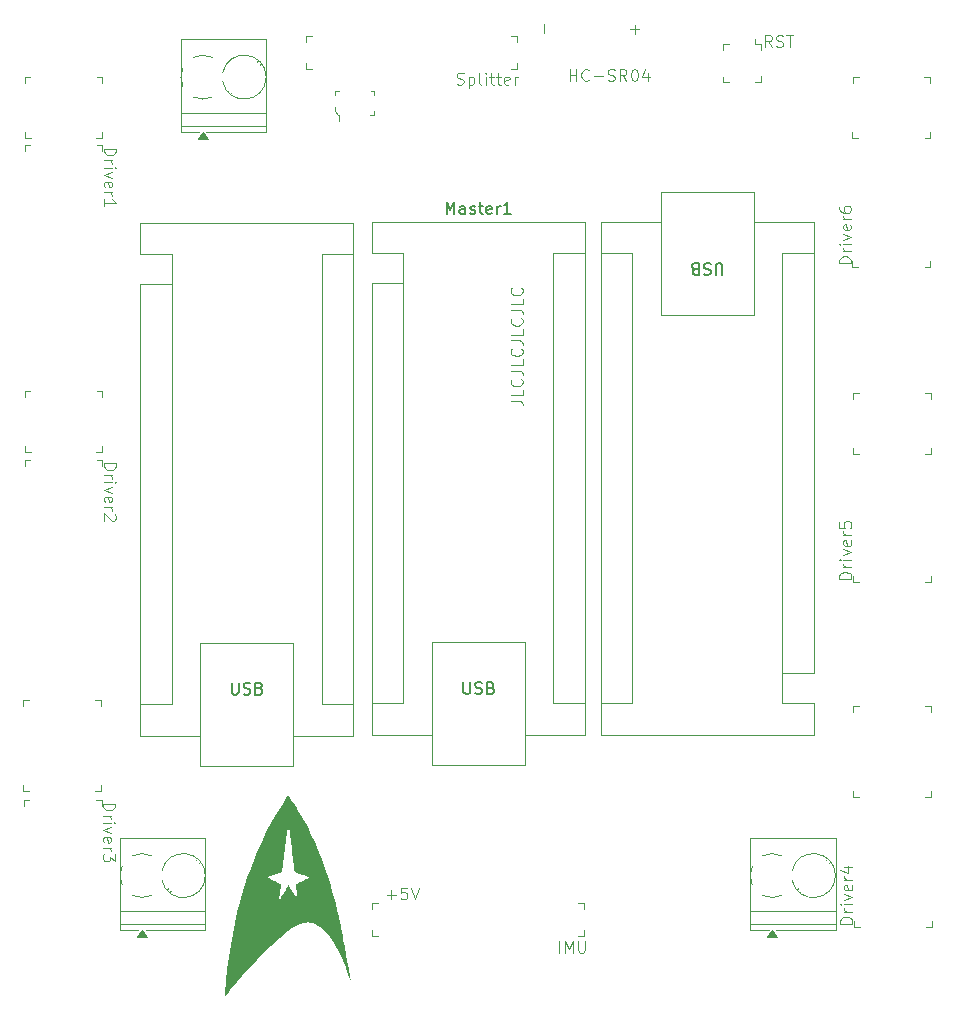
<source format=gbr>
%TF.GenerationSoftware,KiCad,Pcbnew,9.0.0-1.fc41*%
%TF.CreationDate,2025-04-20T16:26:28+02:00*%
%TF.ProjectId,main_board,6d61696e-5f62-46f6-9172-642e6b696361,v1.0*%
%TF.SameCoordinates,Original*%
%TF.FileFunction,Legend,Top*%
%TF.FilePolarity,Positive*%
%FSLAX46Y46*%
G04 Gerber Fmt 4.6, Leading zero omitted, Abs format (unit mm)*
G04 Created by KiCad (PCBNEW 9.0.0-1.fc41) date 2025-04-20 16:26:28*
%MOMM*%
%LPD*%
G01*
G04 APERTURE LIST*
%ADD10C,0.100000*%
%ADD11C,0.150000*%
%ADD12C,0.120000*%
%ADD13C,0.000000*%
G04 APERTURE END LIST*
D10*
X151572419Y-75610401D02*
X152286704Y-75610401D01*
X152286704Y-75610401D02*
X152429561Y-75658020D01*
X152429561Y-75658020D02*
X152524800Y-75753258D01*
X152524800Y-75753258D02*
X152572419Y-75896115D01*
X152572419Y-75896115D02*
X152572419Y-75991353D01*
X152572419Y-74658020D02*
X152572419Y-75134210D01*
X152572419Y-75134210D02*
X151572419Y-75134210D01*
X152477180Y-73753258D02*
X152524800Y-73800877D01*
X152524800Y-73800877D02*
X152572419Y-73943734D01*
X152572419Y-73943734D02*
X152572419Y-74038972D01*
X152572419Y-74038972D02*
X152524800Y-74181829D01*
X152524800Y-74181829D02*
X152429561Y-74277067D01*
X152429561Y-74277067D02*
X152334323Y-74324686D01*
X152334323Y-74324686D02*
X152143847Y-74372305D01*
X152143847Y-74372305D02*
X152000990Y-74372305D01*
X152000990Y-74372305D02*
X151810514Y-74324686D01*
X151810514Y-74324686D02*
X151715276Y-74277067D01*
X151715276Y-74277067D02*
X151620038Y-74181829D01*
X151620038Y-74181829D02*
X151572419Y-74038972D01*
X151572419Y-74038972D02*
X151572419Y-73943734D01*
X151572419Y-73943734D02*
X151620038Y-73800877D01*
X151620038Y-73800877D02*
X151667657Y-73753258D01*
X151572419Y-73038972D02*
X152286704Y-73038972D01*
X152286704Y-73038972D02*
X152429561Y-73086591D01*
X152429561Y-73086591D02*
X152524800Y-73181829D01*
X152524800Y-73181829D02*
X152572419Y-73324686D01*
X152572419Y-73324686D02*
X152572419Y-73419924D01*
X152572419Y-72086591D02*
X152572419Y-72562781D01*
X152572419Y-72562781D02*
X151572419Y-72562781D01*
X152477180Y-71181829D02*
X152524800Y-71229448D01*
X152524800Y-71229448D02*
X152572419Y-71372305D01*
X152572419Y-71372305D02*
X152572419Y-71467543D01*
X152572419Y-71467543D02*
X152524800Y-71610400D01*
X152524800Y-71610400D02*
X152429561Y-71705638D01*
X152429561Y-71705638D02*
X152334323Y-71753257D01*
X152334323Y-71753257D02*
X152143847Y-71800876D01*
X152143847Y-71800876D02*
X152000990Y-71800876D01*
X152000990Y-71800876D02*
X151810514Y-71753257D01*
X151810514Y-71753257D02*
X151715276Y-71705638D01*
X151715276Y-71705638D02*
X151620038Y-71610400D01*
X151620038Y-71610400D02*
X151572419Y-71467543D01*
X151572419Y-71467543D02*
X151572419Y-71372305D01*
X151572419Y-71372305D02*
X151620038Y-71229448D01*
X151620038Y-71229448D02*
X151667657Y-71181829D01*
X151572419Y-70467543D02*
X152286704Y-70467543D01*
X152286704Y-70467543D02*
X152429561Y-70515162D01*
X152429561Y-70515162D02*
X152524800Y-70610400D01*
X152524800Y-70610400D02*
X152572419Y-70753257D01*
X152572419Y-70753257D02*
X152572419Y-70848495D01*
X152572419Y-69515162D02*
X152572419Y-69991352D01*
X152572419Y-69991352D02*
X151572419Y-69991352D01*
X152477180Y-68610400D02*
X152524800Y-68658019D01*
X152524800Y-68658019D02*
X152572419Y-68800876D01*
X152572419Y-68800876D02*
X152572419Y-68896114D01*
X152572419Y-68896114D02*
X152524800Y-69038971D01*
X152524800Y-69038971D02*
X152429561Y-69134209D01*
X152429561Y-69134209D02*
X152334323Y-69181828D01*
X152334323Y-69181828D02*
X152143847Y-69229447D01*
X152143847Y-69229447D02*
X152000990Y-69229447D01*
X152000990Y-69229447D02*
X151810514Y-69181828D01*
X151810514Y-69181828D02*
X151715276Y-69134209D01*
X151715276Y-69134209D02*
X151620038Y-69038971D01*
X151620038Y-69038971D02*
X151572419Y-68896114D01*
X151572419Y-68896114D02*
X151572419Y-68800876D01*
X151572419Y-68800876D02*
X151620038Y-68658019D01*
X151620038Y-68658019D02*
X151667657Y-68610400D01*
X151572419Y-67896114D02*
X152286704Y-67896114D01*
X152286704Y-67896114D02*
X152429561Y-67943733D01*
X152429561Y-67943733D02*
X152524800Y-68038971D01*
X152524800Y-68038971D02*
X152572419Y-68181828D01*
X152572419Y-68181828D02*
X152572419Y-68277066D01*
X152572419Y-66943733D02*
X152572419Y-67419923D01*
X152572419Y-67419923D02*
X151572419Y-67419923D01*
X152477180Y-66038971D02*
X152524800Y-66086590D01*
X152524800Y-66086590D02*
X152572419Y-66229447D01*
X152572419Y-66229447D02*
X152572419Y-66324685D01*
X152572419Y-66324685D02*
X152524800Y-66467542D01*
X152524800Y-66467542D02*
X152429561Y-66562780D01*
X152429561Y-66562780D02*
X152334323Y-66610399D01*
X152334323Y-66610399D02*
X152143847Y-66658018D01*
X152143847Y-66658018D02*
X152000990Y-66658018D01*
X152000990Y-66658018D02*
X151810514Y-66610399D01*
X151810514Y-66610399D02*
X151715276Y-66562780D01*
X151715276Y-66562780D02*
X151620038Y-66467542D01*
X151620038Y-66467542D02*
X151572419Y-66324685D01*
X151572419Y-66324685D02*
X151572419Y-66229447D01*
X151572419Y-66229447D02*
X151620038Y-66086590D01*
X151620038Y-66086590D02*
X151667657Y-66038971D01*
X156553884Y-48522419D02*
X156553884Y-47522419D01*
X156553884Y-47998609D02*
X157125312Y-47998609D01*
X157125312Y-48522419D02*
X157125312Y-47522419D01*
X158172931Y-48427180D02*
X158125312Y-48474800D01*
X158125312Y-48474800D02*
X157982455Y-48522419D01*
X157982455Y-48522419D02*
X157887217Y-48522419D01*
X157887217Y-48522419D02*
X157744360Y-48474800D01*
X157744360Y-48474800D02*
X157649122Y-48379561D01*
X157649122Y-48379561D02*
X157601503Y-48284323D01*
X157601503Y-48284323D02*
X157553884Y-48093847D01*
X157553884Y-48093847D02*
X157553884Y-47950990D01*
X157553884Y-47950990D02*
X157601503Y-47760514D01*
X157601503Y-47760514D02*
X157649122Y-47665276D01*
X157649122Y-47665276D02*
X157744360Y-47570038D01*
X157744360Y-47570038D02*
X157887217Y-47522419D01*
X157887217Y-47522419D02*
X157982455Y-47522419D01*
X157982455Y-47522419D02*
X158125312Y-47570038D01*
X158125312Y-47570038D02*
X158172931Y-47617657D01*
X158601503Y-48141466D02*
X159363408Y-48141466D01*
X159791979Y-48474800D02*
X159934836Y-48522419D01*
X159934836Y-48522419D02*
X160172931Y-48522419D01*
X160172931Y-48522419D02*
X160268169Y-48474800D01*
X160268169Y-48474800D02*
X160315788Y-48427180D01*
X160315788Y-48427180D02*
X160363407Y-48331942D01*
X160363407Y-48331942D02*
X160363407Y-48236704D01*
X160363407Y-48236704D02*
X160315788Y-48141466D01*
X160315788Y-48141466D02*
X160268169Y-48093847D01*
X160268169Y-48093847D02*
X160172931Y-48046228D01*
X160172931Y-48046228D02*
X159982455Y-47998609D01*
X159982455Y-47998609D02*
X159887217Y-47950990D01*
X159887217Y-47950990D02*
X159839598Y-47903371D01*
X159839598Y-47903371D02*
X159791979Y-47808133D01*
X159791979Y-47808133D02*
X159791979Y-47712895D01*
X159791979Y-47712895D02*
X159839598Y-47617657D01*
X159839598Y-47617657D02*
X159887217Y-47570038D01*
X159887217Y-47570038D02*
X159982455Y-47522419D01*
X159982455Y-47522419D02*
X160220550Y-47522419D01*
X160220550Y-47522419D02*
X160363407Y-47570038D01*
X161363407Y-48522419D02*
X161030074Y-48046228D01*
X160791979Y-48522419D02*
X160791979Y-47522419D01*
X160791979Y-47522419D02*
X161172931Y-47522419D01*
X161172931Y-47522419D02*
X161268169Y-47570038D01*
X161268169Y-47570038D02*
X161315788Y-47617657D01*
X161315788Y-47617657D02*
X161363407Y-47712895D01*
X161363407Y-47712895D02*
X161363407Y-47855752D01*
X161363407Y-47855752D02*
X161315788Y-47950990D01*
X161315788Y-47950990D02*
X161268169Y-47998609D01*
X161268169Y-47998609D02*
X161172931Y-48046228D01*
X161172931Y-48046228D02*
X160791979Y-48046228D01*
X161982455Y-47522419D02*
X162077693Y-47522419D01*
X162077693Y-47522419D02*
X162172931Y-47570038D01*
X162172931Y-47570038D02*
X162220550Y-47617657D01*
X162220550Y-47617657D02*
X162268169Y-47712895D01*
X162268169Y-47712895D02*
X162315788Y-47903371D01*
X162315788Y-47903371D02*
X162315788Y-48141466D01*
X162315788Y-48141466D02*
X162268169Y-48331942D01*
X162268169Y-48331942D02*
X162220550Y-48427180D01*
X162220550Y-48427180D02*
X162172931Y-48474800D01*
X162172931Y-48474800D02*
X162077693Y-48522419D01*
X162077693Y-48522419D02*
X161982455Y-48522419D01*
X161982455Y-48522419D02*
X161887217Y-48474800D01*
X161887217Y-48474800D02*
X161839598Y-48427180D01*
X161839598Y-48427180D02*
X161791979Y-48331942D01*
X161791979Y-48331942D02*
X161744360Y-48141466D01*
X161744360Y-48141466D02*
X161744360Y-47903371D01*
X161744360Y-47903371D02*
X161791979Y-47712895D01*
X161791979Y-47712895D02*
X161839598Y-47617657D01*
X161839598Y-47617657D02*
X161887217Y-47570038D01*
X161887217Y-47570038D02*
X161982455Y-47522419D01*
X163172931Y-47855752D02*
X163172931Y-48522419D01*
X162934836Y-47474800D02*
X162696741Y-48189085D01*
X162696741Y-48189085D02*
X163315788Y-48189085D01*
X117047580Y-109713884D02*
X118047580Y-109713884D01*
X118047580Y-109713884D02*
X118047580Y-109951979D01*
X118047580Y-109951979D02*
X117999961Y-110094836D01*
X117999961Y-110094836D02*
X117904723Y-110190074D01*
X117904723Y-110190074D02*
X117809485Y-110237693D01*
X117809485Y-110237693D02*
X117619009Y-110285312D01*
X117619009Y-110285312D02*
X117476152Y-110285312D01*
X117476152Y-110285312D02*
X117285676Y-110237693D01*
X117285676Y-110237693D02*
X117190438Y-110190074D01*
X117190438Y-110190074D02*
X117095200Y-110094836D01*
X117095200Y-110094836D02*
X117047580Y-109951979D01*
X117047580Y-109951979D02*
X117047580Y-109713884D01*
X117047580Y-110713884D02*
X117714247Y-110713884D01*
X117523771Y-110713884D02*
X117619009Y-110761503D01*
X117619009Y-110761503D02*
X117666628Y-110809122D01*
X117666628Y-110809122D02*
X117714247Y-110904360D01*
X117714247Y-110904360D02*
X117714247Y-110999598D01*
X117047580Y-111332932D02*
X117714247Y-111332932D01*
X118047580Y-111332932D02*
X117999961Y-111285313D01*
X117999961Y-111285313D02*
X117952342Y-111332932D01*
X117952342Y-111332932D02*
X117999961Y-111380551D01*
X117999961Y-111380551D02*
X118047580Y-111332932D01*
X118047580Y-111332932D02*
X117952342Y-111332932D01*
X117714247Y-111713884D02*
X117047580Y-111951979D01*
X117047580Y-111951979D02*
X117714247Y-112190074D01*
X117095200Y-112951979D02*
X117047580Y-112856741D01*
X117047580Y-112856741D02*
X117047580Y-112666265D01*
X117047580Y-112666265D02*
X117095200Y-112571027D01*
X117095200Y-112571027D02*
X117190438Y-112523408D01*
X117190438Y-112523408D02*
X117571390Y-112523408D01*
X117571390Y-112523408D02*
X117666628Y-112571027D01*
X117666628Y-112571027D02*
X117714247Y-112666265D01*
X117714247Y-112666265D02*
X117714247Y-112856741D01*
X117714247Y-112856741D02*
X117666628Y-112951979D01*
X117666628Y-112951979D02*
X117571390Y-112999598D01*
X117571390Y-112999598D02*
X117476152Y-112999598D01*
X117476152Y-112999598D02*
X117380914Y-112523408D01*
X117047580Y-113428170D02*
X117714247Y-113428170D01*
X117523771Y-113428170D02*
X117619009Y-113475789D01*
X117619009Y-113475789D02*
X117666628Y-113523408D01*
X117666628Y-113523408D02*
X117714247Y-113618646D01*
X117714247Y-113618646D02*
X117714247Y-113713884D01*
X118047580Y-113951980D02*
X118047580Y-114571027D01*
X118047580Y-114571027D02*
X117666628Y-114237694D01*
X117666628Y-114237694D02*
X117666628Y-114380551D01*
X117666628Y-114380551D02*
X117619009Y-114475789D01*
X117619009Y-114475789D02*
X117571390Y-114523408D01*
X117571390Y-114523408D02*
X117476152Y-114571027D01*
X117476152Y-114571027D02*
X117238057Y-114571027D01*
X117238057Y-114571027D02*
X117142819Y-114523408D01*
X117142819Y-114523408D02*
X117095200Y-114475789D01*
X117095200Y-114475789D02*
X117047580Y-114380551D01*
X117047580Y-114380551D02*
X117047580Y-114094837D01*
X117047580Y-114094837D02*
X117095200Y-113999599D01*
X117095200Y-113999599D02*
X117142819Y-113951980D01*
X173675312Y-45647419D02*
X173341979Y-45171228D01*
X173103884Y-45647419D02*
X173103884Y-44647419D01*
X173103884Y-44647419D02*
X173484836Y-44647419D01*
X173484836Y-44647419D02*
X173580074Y-44695038D01*
X173580074Y-44695038D02*
X173627693Y-44742657D01*
X173627693Y-44742657D02*
X173675312Y-44837895D01*
X173675312Y-44837895D02*
X173675312Y-44980752D01*
X173675312Y-44980752D02*
X173627693Y-45075990D01*
X173627693Y-45075990D02*
X173580074Y-45123609D01*
X173580074Y-45123609D02*
X173484836Y-45171228D01*
X173484836Y-45171228D02*
X173103884Y-45171228D01*
X174056265Y-45599800D02*
X174199122Y-45647419D01*
X174199122Y-45647419D02*
X174437217Y-45647419D01*
X174437217Y-45647419D02*
X174532455Y-45599800D01*
X174532455Y-45599800D02*
X174580074Y-45552180D01*
X174580074Y-45552180D02*
X174627693Y-45456942D01*
X174627693Y-45456942D02*
X174627693Y-45361704D01*
X174627693Y-45361704D02*
X174580074Y-45266466D01*
X174580074Y-45266466D02*
X174532455Y-45218847D01*
X174532455Y-45218847D02*
X174437217Y-45171228D01*
X174437217Y-45171228D02*
X174246741Y-45123609D01*
X174246741Y-45123609D02*
X174151503Y-45075990D01*
X174151503Y-45075990D02*
X174103884Y-45028371D01*
X174103884Y-45028371D02*
X174056265Y-44933133D01*
X174056265Y-44933133D02*
X174056265Y-44837895D01*
X174056265Y-44837895D02*
X174103884Y-44742657D01*
X174103884Y-44742657D02*
X174151503Y-44695038D01*
X174151503Y-44695038D02*
X174246741Y-44647419D01*
X174246741Y-44647419D02*
X174484836Y-44647419D01*
X174484836Y-44647419D02*
X174627693Y-44695038D01*
X174913408Y-44647419D02*
X175484836Y-44647419D01*
X175199122Y-45647419D02*
X175199122Y-44647419D01*
X180372419Y-63951115D02*
X179372419Y-63951115D01*
X179372419Y-63951115D02*
X179372419Y-63713020D01*
X179372419Y-63713020D02*
X179420038Y-63570163D01*
X179420038Y-63570163D02*
X179515276Y-63474925D01*
X179515276Y-63474925D02*
X179610514Y-63427306D01*
X179610514Y-63427306D02*
X179800990Y-63379687D01*
X179800990Y-63379687D02*
X179943847Y-63379687D01*
X179943847Y-63379687D02*
X180134323Y-63427306D01*
X180134323Y-63427306D02*
X180229561Y-63474925D01*
X180229561Y-63474925D02*
X180324800Y-63570163D01*
X180324800Y-63570163D02*
X180372419Y-63713020D01*
X180372419Y-63713020D02*
X180372419Y-63951115D01*
X180372419Y-62951115D02*
X179705752Y-62951115D01*
X179896228Y-62951115D02*
X179800990Y-62903496D01*
X179800990Y-62903496D02*
X179753371Y-62855877D01*
X179753371Y-62855877D02*
X179705752Y-62760639D01*
X179705752Y-62760639D02*
X179705752Y-62665401D01*
X180372419Y-62332067D02*
X179705752Y-62332067D01*
X179372419Y-62332067D02*
X179420038Y-62379686D01*
X179420038Y-62379686D02*
X179467657Y-62332067D01*
X179467657Y-62332067D02*
X179420038Y-62284448D01*
X179420038Y-62284448D02*
X179372419Y-62332067D01*
X179372419Y-62332067D02*
X179467657Y-62332067D01*
X179705752Y-61951115D02*
X180372419Y-61713020D01*
X180372419Y-61713020D02*
X179705752Y-61474925D01*
X180324800Y-60713020D02*
X180372419Y-60808258D01*
X180372419Y-60808258D02*
X180372419Y-60998734D01*
X180372419Y-60998734D02*
X180324800Y-61093972D01*
X180324800Y-61093972D02*
X180229561Y-61141591D01*
X180229561Y-61141591D02*
X179848609Y-61141591D01*
X179848609Y-61141591D02*
X179753371Y-61093972D01*
X179753371Y-61093972D02*
X179705752Y-60998734D01*
X179705752Y-60998734D02*
X179705752Y-60808258D01*
X179705752Y-60808258D02*
X179753371Y-60713020D01*
X179753371Y-60713020D02*
X179848609Y-60665401D01*
X179848609Y-60665401D02*
X179943847Y-60665401D01*
X179943847Y-60665401D02*
X180039085Y-61141591D01*
X180372419Y-60236829D02*
X179705752Y-60236829D01*
X179896228Y-60236829D02*
X179800990Y-60189210D01*
X179800990Y-60189210D02*
X179753371Y-60141591D01*
X179753371Y-60141591D02*
X179705752Y-60046353D01*
X179705752Y-60046353D02*
X179705752Y-59951115D01*
X179372419Y-59189210D02*
X179372419Y-59379686D01*
X179372419Y-59379686D02*
X179420038Y-59474924D01*
X179420038Y-59474924D02*
X179467657Y-59522543D01*
X179467657Y-59522543D02*
X179610514Y-59617781D01*
X179610514Y-59617781D02*
X179800990Y-59665400D01*
X179800990Y-59665400D02*
X180181942Y-59665400D01*
X180181942Y-59665400D02*
X180277180Y-59617781D01*
X180277180Y-59617781D02*
X180324800Y-59570162D01*
X180324800Y-59570162D02*
X180372419Y-59474924D01*
X180372419Y-59474924D02*
X180372419Y-59284448D01*
X180372419Y-59284448D02*
X180324800Y-59189210D01*
X180324800Y-59189210D02*
X180277180Y-59141591D01*
X180277180Y-59141591D02*
X180181942Y-59093972D01*
X180181942Y-59093972D02*
X179943847Y-59093972D01*
X179943847Y-59093972D02*
X179848609Y-59141591D01*
X179848609Y-59141591D02*
X179800990Y-59189210D01*
X179800990Y-59189210D02*
X179753371Y-59284448D01*
X179753371Y-59284448D02*
X179753371Y-59474924D01*
X179753371Y-59474924D02*
X179800990Y-59570162D01*
X179800990Y-59570162D02*
X179848609Y-59617781D01*
X179848609Y-59617781D02*
X179943847Y-59665400D01*
X161703884Y-44141466D02*
X162465789Y-44141466D01*
X162084836Y-44522419D02*
X162084836Y-43760514D01*
X117127580Y-80898884D02*
X118127580Y-80898884D01*
X118127580Y-80898884D02*
X118127580Y-81136979D01*
X118127580Y-81136979D02*
X118079961Y-81279836D01*
X118079961Y-81279836D02*
X117984723Y-81375074D01*
X117984723Y-81375074D02*
X117889485Y-81422693D01*
X117889485Y-81422693D02*
X117699009Y-81470312D01*
X117699009Y-81470312D02*
X117556152Y-81470312D01*
X117556152Y-81470312D02*
X117365676Y-81422693D01*
X117365676Y-81422693D02*
X117270438Y-81375074D01*
X117270438Y-81375074D02*
X117175200Y-81279836D01*
X117175200Y-81279836D02*
X117127580Y-81136979D01*
X117127580Y-81136979D02*
X117127580Y-80898884D01*
X117127580Y-81898884D02*
X117794247Y-81898884D01*
X117603771Y-81898884D02*
X117699009Y-81946503D01*
X117699009Y-81946503D02*
X117746628Y-81994122D01*
X117746628Y-81994122D02*
X117794247Y-82089360D01*
X117794247Y-82089360D02*
X117794247Y-82184598D01*
X117127580Y-82517932D02*
X117794247Y-82517932D01*
X118127580Y-82517932D02*
X118079961Y-82470313D01*
X118079961Y-82470313D02*
X118032342Y-82517932D01*
X118032342Y-82517932D02*
X118079961Y-82565551D01*
X118079961Y-82565551D02*
X118127580Y-82517932D01*
X118127580Y-82517932D02*
X118032342Y-82517932D01*
X117794247Y-82898884D02*
X117127580Y-83136979D01*
X117127580Y-83136979D02*
X117794247Y-83375074D01*
X117175200Y-84136979D02*
X117127580Y-84041741D01*
X117127580Y-84041741D02*
X117127580Y-83851265D01*
X117127580Y-83851265D02*
X117175200Y-83756027D01*
X117175200Y-83756027D02*
X117270438Y-83708408D01*
X117270438Y-83708408D02*
X117651390Y-83708408D01*
X117651390Y-83708408D02*
X117746628Y-83756027D01*
X117746628Y-83756027D02*
X117794247Y-83851265D01*
X117794247Y-83851265D02*
X117794247Y-84041741D01*
X117794247Y-84041741D02*
X117746628Y-84136979D01*
X117746628Y-84136979D02*
X117651390Y-84184598D01*
X117651390Y-84184598D02*
X117556152Y-84184598D01*
X117556152Y-84184598D02*
X117460914Y-83708408D01*
X117127580Y-84613170D02*
X117794247Y-84613170D01*
X117603771Y-84613170D02*
X117699009Y-84660789D01*
X117699009Y-84660789D02*
X117746628Y-84708408D01*
X117746628Y-84708408D02*
X117794247Y-84803646D01*
X117794247Y-84803646D02*
X117794247Y-84898884D01*
X118032342Y-85184599D02*
X118079961Y-85232218D01*
X118079961Y-85232218D02*
X118127580Y-85327456D01*
X118127580Y-85327456D02*
X118127580Y-85565551D01*
X118127580Y-85565551D02*
X118079961Y-85660789D01*
X118079961Y-85660789D02*
X118032342Y-85708408D01*
X118032342Y-85708408D02*
X117937104Y-85756027D01*
X117937104Y-85756027D02*
X117841866Y-85756027D01*
X117841866Y-85756027D02*
X117699009Y-85708408D01*
X117699009Y-85708408D02*
X117127580Y-85136980D01*
X117127580Y-85136980D02*
X117127580Y-85756027D01*
X147006265Y-48774800D02*
X147149122Y-48822419D01*
X147149122Y-48822419D02*
X147387217Y-48822419D01*
X147387217Y-48822419D02*
X147482455Y-48774800D01*
X147482455Y-48774800D02*
X147530074Y-48727180D01*
X147530074Y-48727180D02*
X147577693Y-48631942D01*
X147577693Y-48631942D02*
X147577693Y-48536704D01*
X147577693Y-48536704D02*
X147530074Y-48441466D01*
X147530074Y-48441466D02*
X147482455Y-48393847D01*
X147482455Y-48393847D02*
X147387217Y-48346228D01*
X147387217Y-48346228D02*
X147196741Y-48298609D01*
X147196741Y-48298609D02*
X147101503Y-48250990D01*
X147101503Y-48250990D02*
X147053884Y-48203371D01*
X147053884Y-48203371D02*
X147006265Y-48108133D01*
X147006265Y-48108133D02*
X147006265Y-48012895D01*
X147006265Y-48012895D02*
X147053884Y-47917657D01*
X147053884Y-47917657D02*
X147101503Y-47870038D01*
X147101503Y-47870038D02*
X147196741Y-47822419D01*
X147196741Y-47822419D02*
X147434836Y-47822419D01*
X147434836Y-47822419D02*
X147577693Y-47870038D01*
X148006265Y-48155752D02*
X148006265Y-49155752D01*
X148006265Y-48203371D02*
X148101503Y-48155752D01*
X148101503Y-48155752D02*
X148291979Y-48155752D01*
X148291979Y-48155752D02*
X148387217Y-48203371D01*
X148387217Y-48203371D02*
X148434836Y-48250990D01*
X148434836Y-48250990D02*
X148482455Y-48346228D01*
X148482455Y-48346228D02*
X148482455Y-48631942D01*
X148482455Y-48631942D02*
X148434836Y-48727180D01*
X148434836Y-48727180D02*
X148387217Y-48774800D01*
X148387217Y-48774800D02*
X148291979Y-48822419D01*
X148291979Y-48822419D02*
X148101503Y-48822419D01*
X148101503Y-48822419D02*
X148006265Y-48774800D01*
X149053884Y-48822419D02*
X148958646Y-48774800D01*
X148958646Y-48774800D02*
X148911027Y-48679561D01*
X148911027Y-48679561D02*
X148911027Y-47822419D01*
X149434837Y-48822419D02*
X149434837Y-48155752D01*
X149434837Y-47822419D02*
X149387218Y-47870038D01*
X149387218Y-47870038D02*
X149434837Y-47917657D01*
X149434837Y-47917657D02*
X149482456Y-47870038D01*
X149482456Y-47870038D02*
X149434837Y-47822419D01*
X149434837Y-47822419D02*
X149434837Y-47917657D01*
X149768170Y-48155752D02*
X150149122Y-48155752D01*
X149911027Y-47822419D02*
X149911027Y-48679561D01*
X149911027Y-48679561D02*
X149958646Y-48774800D01*
X149958646Y-48774800D02*
X150053884Y-48822419D01*
X150053884Y-48822419D02*
X150149122Y-48822419D01*
X150339599Y-48155752D02*
X150720551Y-48155752D01*
X150482456Y-47822419D02*
X150482456Y-48679561D01*
X150482456Y-48679561D02*
X150530075Y-48774800D01*
X150530075Y-48774800D02*
X150625313Y-48822419D01*
X150625313Y-48822419D02*
X150720551Y-48822419D01*
X151434837Y-48774800D02*
X151339599Y-48822419D01*
X151339599Y-48822419D02*
X151149123Y-48822419D01*
X151149123Y-48822419D02*
X151053885Y-48774800D01*
X151053885Y-48774800D02*
X151006266Y-48679561D01*
X151006266Y-48679561D02*
X151006266Y-48298609D01*
X151006266Y-48298609D02*
X151053885Y-48203371D01*
X151053885Y-48203371D02*
X151149123Y-48155752D01*
X151149123Y-48155752D02*
X151339599Y-48155752D01*
X151339599Y-48155752D02*
X151434837Y-48203371D01*
X151434837Y-48203371D02*
X151482456Y-48298609D01*
X151482456Y-48298609D02*
X151482456Y-48393847D01*
X151482456Y-48393847D02*
X151006266Y-48489085D01*
X151911028Y-48822419D02*
X151911028Y-48155752D01*
X151911028Y-48346228D02*
X151958647Y-48250990D01*
X151958647Y-48250990D02*
X152006266Y-48203371D01*
X152006266Y-48203371D02*
X152101504Y-48155752D01*
X152101504Y-48155752D02*
X152196742Y-48155752D01*
X117127580Y-54248884D02*
X118127580Y-54248884D01*
X118127580Y-54248884D02*
X118127580Y-54486979D01*
X118127580Y-54486979D02*
X118079961Y-54629836D01*
X118079961Y-54629836D02*
X117984723Y-54725074D01*
X117984723Y-54725074D02*
X117889485Y-54772693D01*
X117889485Y-54772693D02*
X117699009Y-54820312D01*
X117699009Y-54820312D02*
X117556152Y-54820312D01*
X117556152Y-54820312D02*
X117365676Y-54772693D01*
X117365676Y-54772693D02*
X117270438Y-54725074D01*
X117270438Y-54725074D02*
X117175200Y-54629836D01*
X117175200Y-54629836D02*
X117127580Y-54486979D01*
X117127580Y-54486979D02*
X117127580Y-54248884D01*
X117127580Y-55248884D02*
X117794247Y-55248884D01*
X117603771Y-55248884D02*
X117699009Y-55296503D01*
X117699009Y-55296503D02*
X117746628Y-55344122D01*
X117746628Y-55344122D02*
X117794247Y-55439360D01*
X117794247Y-55439360D02*
X117794247Y-55534598D01*
X117127580Y-55867932D02*
X117794247Y-55867932D01*
X118127580Y-55867932D02*
X118079961Y-55820313D01*
X118079961Y-55820313D02*
X118032342Y-55867932D01*
X118032342Y-55867932D02*
X118079961Y-55915551D01*
X118079961Y-55915551D02*
X118127580Y-55867932D01*
X118127580Y-55867932D02*
X118032342Y-55867932D01*
X117794247Y-56248884D02*
X117127580Y-56486979D01*
X117127580Y-56486979D02*
X117794247Y-56725074D01*
X117175200Y-57486979D02*
X117127580Y-57391741D01*
X117127580Y-57391741D02*
X117127580Y-57201265D01*
X117127580Y-57201265D02*
X117175200Y-57106027D01*
X117175200Y-57106027D02*
X117270438Y-57058408D01*
X117270438Y-57058408D02*
X117651390Y-57058408D01*
X117651390Y-57058408D02*
X117746628Y-57106027D01*
X117746628Y-57106027D02*
X117794247Y-57201265D01*
X117794247Y-57201265D02*
X117794247Y-57391741D01*
X117794247Y-57391741D02*
X117746628Y-57486979D01*
X117746628Y-57486979D02*
X117651390Y-57534598D01*
X117651390Y-57534598D02*
X117556152Y-57534598D01*
X117556152Y-57534598D02*
X117460914Y-57058408D01*
X117127580Y-57963170D02*
X117794247Y-57963170D01*
X117603771Y-57963170D02*
X117699009Y-58010789D01*
X117699009Y-58010789D02*
X117746628Y-58058408D01*
X117746628Y-58058408D02*
X117794247Y-58153646D01*
X117794247Y-58153646D02*
X117794247Y-58248884D01*
X117127580Y-59106027D02*
X117127580Y-58534599D01*
X117127580Y-58820313D02*
X118127580Y-58820313D01*
X118127580Y-58820313D02*
X117984723Y-58725075D01*
X117984723Y-58725075D02*
X117889485Y-58629837D01*
X117889485Y-58629837D02*
X117841866Y-58534599D01*
X141053884Y-117441466D02*
X141815789Y-117441466D01*
X141434836Y-117822419D02*
X141434836Y-117060514D01*
X142768169Y-116822419D02*
X142291979Y-116822419D01*
X142291979Y-116822419D02*
X142244360Y-117298609D01*
X142244360Y-117298609D02*
X142291979Y-117250990D01*
X142291979Y-117250990D02*
X142387217Y-117203371D01*
X142387217Y-117203371D02*
X142625312Y-117203371D01*
X142625312Y-117203371D02*
X142720550Y-117250990D01*
X142720550Y-117250990D02*
X142768169Y-117298609D01*
X142768169Y-117298609D02*
X142815788Y-117393847D01*
X142815788Y-117393847D02*
X142815788Y-117631942D01*
X142815788Y-117631942D02*
X142768169Y-117727180D01*
X142768169Y-117727180D02*
X142720550Y-117774800D01*
X142720550Y-117774800D02*
X142625312Y-117822419D01*
X142625312Y-117822419D02*
X142387217Y-117822419D01*
X142387217Y-117822419D02*
X142291979Y-117774800D01*
X142291979Y-117774800D02*
X142244360Y-117727180D01*
X143101503Y-116822419D02*
X143434836Y-117822419D01*
X143434836Y-117822419D02*
X143768169Y-116822419D01*
X154391466Y-44496115D02*
X154391466Y-43734211D01*
X180392419Y-90666115D02*
X179392419Y-90666115D01*
X179392419Y-90666115D02*
X179392419Y-90428020D01*
X179392419Y-90428020D02*
X179440038Y-90285163D01*
X179440038Y-90285163D02*
X179535276Y-90189925D01*
X179535276Y-90189925D02*
X179630514Y-90142306D01*
X179630514Y-90142306D02*
X179820990Y-90094687D01*
X179820990Y-90094687D02*
X179963847Y-90094687D01*
X179963847Y-90094687D02*
X180154323Y-90142306D01*
X180154323Y-90142306D02*
X180249561Y-90189925D01*
X180249561Y-90189925D02*
X180344800Y-90285163D01*
X180344800Y-90285163D02*
X180392419Y-90428020D01*
X180392419Y-90428020D02*
X180392419Y-90666115D01*
X180392419Y-89666115D02*
X179725752Y-89666115D01*
X179916228Y-89666115D02*
X179820990Y-89618496D01*
X179820990Y-89618496D02*
X179773371Y-89570877D01*
X179773371Y-89570877D02*
X179725752Y-89475639D01*
X179725752Y-89475639D02*
X179725752Y-89380401D01*
X180392419Y-89047067D02*
X179725752Y-89047067D01*
X179392419Y-89047067D02*
X179440038Y-89094686D01*
X179440038Y-89094686D02*
X179487657Y-89047067D01*
X179487657Y-89047067D02*
X179440038Y-88999448D01*
X179440038Y-88999448D02*
X179392419Y-89047067D01*
X179392419Y-89047067D02*
X179487657Y-89047067D01*
X179725752Y-88666115D02*
X180392419Y-88428020D01*
X180392419Y-88428020D02*
X179725752Y-88189925D01*
X180344800Y-87428020D02*
X180392419Y-87523258D01*
X180392419Y-87523258D02*
X180392419Y-87713734D01*
X180392419Y-87713734D02*
X180344800Y-87808972D01*
X180344800Y-87808972D02*
X180249561Y-87856591D01*
X180249561Y-87856591D02*
X179868609Y-87856591D01*
X179868609Y-87856591D02*
X179773371Y-87808972D01*
X179773371Y-87808972D02*
X179725752Y-87713734D01*
X179725752Y-87713734D02*
X179725752Y-87523258D01*
X179725752Y-87523258D02*
X179773371Y-87428020D01*
X179773371Y-87428020D02*
X179868609Y-87380401D01*
X179868609Y-87380401D02*
X179963847Y-87380401D01*
X179963847Y-87380401D02*
X180059085Y-87856591D01*
X180392419Y-86951829D02*
X179725752Y-86951829D01*
X179916228Y-86951829D02*
X179820990Y-86904210D01*
X179820990Y-86904210D02*
X179773371Y-86856591D01*
X179773371Y-86856591D02*
X179725752Y-86761353D01*
X179725752Y-86761353D02*
X179725752Y-86666115D01*
X179392419Y-85856591D02*
X179392419Y-86332781D01*
X179392419Y-86332781D02*
X179868609Y-86380400D01*
X179868609Y-86380400D02*
X179820990Y-86332781D01*
X179820990Y-86332781D02*
X179773371Y-86237543D01*
X179773371Y-86237543D02*
X179773371Y-85999448D01*
X179773371Y-85999448D02*
X179820990Y-85904210D01*
X179820990Y-85904210D02*
X179868609Y-85856591D01*
X179868609Y-85856591D02*
X179963847Y-85808972D01*
X179963847Y-85808972D02*
X180201942Y-85808972D01*
X180201942Y-85808972D02*
X180297180Y-85856591D01*
X180297180Y-85856591D02*
X180344800Y-85904210D01*
X180344800Y-85904210D02*
X180392419Y-85999448D01*
X180392419Y-85999448D02*
X180392419Y-86237543D01*
X180392419Y-86237543D02*
X180344800Y-86332781D01*
X180344800Y-86332781D02*
X180297180Y-86380400D01*
X155653884Y-122322419D02*
X155653884Y-121322419D01*
X156130074Y-122322419D02*
X156130074Y-121322419D01*
X156130074Y-121322419D02*
X156463407Y-122036704D01*
X156463407Y-122036704D02*
X156796740Y-121322419D01*
X156796740Y-121322419D02*
X156796740Y-122322419D01*
X157272931Y-121322419D02*
X157272931Y-122131942D01*
X157272931Y-122131942D02*
X157320550Y-122227180D01*
X157320550Y-122227180D02*
X157368169Y-122274800D01*
X157368169Y-122274800D02*
X157463407Y-122322419D01*
X157463407Y-122322419D02*
X157653883Y-122322419D01*
X157653883Y-122322419D02*
X157749121Y-122274800D01*
X157749121Y-122274800D02*
X157796740Y-122227180D01*
X157796740Y-122227180D02*
X157844359Y-122131942D01*
X157844359Y-122131942D02*
X157844359Y-121322419D01*
X180472419Y-119866115D02*
X179472419Y-119866115D01*
X179472419Y-119866115D02*
X179472419Y-119628020D01*
X179472419Y-119628020D02*
X179520038Y-119485163D01*
X179520038Y-119485163D02*
X179615276Y-119389925D01*
X179615276Y-119389925D02*
X179710514Y-119342306D01*
X179710514Y-119342306D02*
X179900990Y-119294687D01*
X179900990Y-119294687D02*
X180043847Y-119294687D01*
X180043847Y-119294687D02*
X180234323Y-119342306D01*
X180234323Y-119342306D02*
X180329561Y-119389925D01*
X180329561Y-119389925D02*
X180424800Y-119485163D01*
X180424800Y-119485163D02*
X180472419Y-119628020D01*
X180472419Y-119628020D02*
X180472419Y-119866115D01*
X180472419Y-118866115D02*
X179805752Y-118866115D01*
X179996228Y-118866115D02*
X179900990Y-118818496D01*
X179900990Y-118818496D02*
X179853371Y-118770877D01*
X179853371Y-118770877D02*
X179805752Y-118675639D01*
X179805752Y-118675639D02*
X179805752Y-118580401D01*
X180472419Y-118247067D02*
X179805752Y-118247067D01*
X179472419Y-118247067D02*
X179520038Y-118294686D01*
X179520038Y-118294686D02*
X179567657Y-118247067D01*
X179567657Y-118247067D02*
X179520038Y-118199448D01*
X179520038Y-118199448D02*
X179472419Y-118247067D01*
X179472419Y-118247067D02*
X179567657Y-118247067D01*
X179805752Y-117866115D02*
X180472419Y-117628020D01*
X180472419Y-117628020D02*
X179805752Y-117389925D01*
X180424800Y-116628020D02*
X180472419Y-116723258D01*
X180472419Y-116723258D02*
X180472419Y-116913734D01*
X180472419Y-116913734D02*
X180424800Y-117008972D01*
X180424800Y-117008972D02*
X180329561Y-117056591D01*
X180329561Y-117056591D02*
X179948609Y-117056591D01*
X179948609Y-117056591D02*
X179853371Y-117008972D01*
X179853371Y-117008972D02*
X179805752Y-116913734D01*
X179805752Y-116913734D02*
X179805752Y-116723258D01*
X179805752Y-116723258D02*
X179853371Y-116628020D01*
X179853371Y-116628020D02*
X179948609Y-116580401D01*
X179948609Y-116580401D02*
X180043847Y-116580401D01*
X180043847Y-116580401D02*
X180139085Y-117056591D01*
X180472419Y-116151829D02*
X179805752Y-116151829D01*
X179996228Y-116151829D02*
X179900990Y-116104210D01*
X179900990Y-116104210D02*
X179853371Y-116056591D01*
X179853371Y-116056591D02*
X179805752Y-115961353D01*
X179805752Y-115961353D02*
X179805752Y-115866115D01*
X179805752Y-115104210D02*
X180472419Y-115104210D01*
X179424800Y-115342305D02*
X180139085Y-115580400D01*
X180139085Y-115580400D02*
X180139085Y-114961353D01*
D11*
X169481904Y-64935180D02*
X169481904Y-64125657D01*
X169481904Y-64125657D02*
X169434285Y-64030419D01*
X169434285Y-64030419D02*
X169386666Y-63982800D01*
X169386666Y-63982800D02*
X169291428Y-63935180D01*
X169291428Y-63935180D02*
X169100952Y-63935180D01*
X169100952Y-63935180D02*
X169005714Y-63982800D01*
X169005714Y-63982800D02*
X168958095Y-64030419D01*
X168958095Y-64030419D02*
X168910476Y-64125657D01*
X168910476Y-64125657D02*
X168910476Y-64935180D01*
X168481904Y-63982800D02*
X168339047Y-63935180D01*
X168339047Y-63935180D02*
X168100952Y-63935180D01*
X168100952Y-63935180D02*
X168005714Y-63982800D01*
X168005714Y-63982800D02*
X167958095Y-64030419D01*
X167958095Y-64030419D02*
X167910476Y-64125657D01*
X167910476Y-64125657D02*
X167910476Y-64220895D01*
X167910476Y-64220895D02*
X167958095Y-64316133D01*
X167958095Y-64316133D02*
X168005714Y-64363752D01*
X168005714Y-64363752D02*
X168100952Y-64411371D01*
X168100952Y-64411371D02*
X168291428Y-64458990D01*
X168291428Y-64458990D02*
X168386666Y-64506609D01*
X168386666Y-64506609D02*
X168434285Y-64554228D01*
X168434285Y-64554228D02*
X168481904Y-64649466D01*
X168481904Y-64649466D02*
X168481904Y-64744704D01*
X168481904Y-64744704D02*
X168434285Y-64839942D01*
X168434285Y-64839942D02*
X168386666Y-64887561D01*
X168386666Y-64887561D02*
X168291428Y-64935180D01*
X168291428Y-64935180D02*
X168053333Y-64935180D01*
X168053333Y-64935180D02*
X167910476Y-64887561D01*
X167148571Y-64458990D02*
X167005714Y-64411371D01*
X167005714Y-64411371D02*
X166958095Y-64363752D01*
X166958095Y-64363752D02*
X166910476Y-64268514D01*
X166910476Y-64268514D02*
X166910476Y-64125657D01*
X166910476Y-64125657D02*
X166958095Y-64030419D01*
X166958095Y-64030419D02*
X167005714Y-63982800D01*
X167005714Y-63982800D02*
X167100952Y-63935180D01*
X167100952Y-63935180D02*
X167481904Y-63935180D01*
X167481904Y-63935180D02*
X167481904Y-64935180D01*
X167481904Y-64935180D02*
X167148571Y-64935180D01*
X167148571Y-64935180D02*
X167053333Y-64887561D01*
X167053333Y-64887561D02*
X167005714Y-64839942D01*
X167005714Y-64839942D02*
X166958095Y-64744704D01*
X166958095Y-64744704D02*
X166958095Y-64649466D01*
X166958095Y-64649466D02*
X167005714Y-64554228D01*
X167005714Y-64554228D02*
X167053333Y-64506609D01*
X167053333Y-64506609D02*
X167148571Y-64458990D01*
X167148571Y-64458990D02*
X167481904Y-64458990D01*
X146129523Y-59774819D02*
X146129523Y-58774819D01*
X146129523Y-58774819D02*
X146462856Y-59489104D01*
X146462856Y-59489104D02*
X146796189Y-58774819D01*
X146796189Y-58774819D02*
X146796189Y-59774819D01*
X147700951Y-59774819D02*
X147700951Y-59251009D01*
X147700951Y-59251009D02*
X147653332Y-59155771D01*
X147653332Y-59155771D02*
X147558094Y-59108152D01*
X147558094Y-59108152D02*
X147367618Y-59108152D01*
X147367618Y-59108152D02*
X147272380Y-59155771D01*
X147700951Y-59727200D02*
X147605713Y-59774819D01*
X147605713Y-59774819D02*
X147367618Y-59774819D01*
X147367618Y-59774819D02*
X147272380Y-59727200D01*
X147272380Y-59727200D02*
X147224761Y-59631961D01*
X147224761Y-59631961D02*
X147224761Y-59536723D01*
X147224761Y-59536723D02*
X147272380Y-59441485D01*
X147272380Y-59441485D02*
X147367618Y-59393866D01*
X147367618Y-59393866D02*
X147605713Y-59393866D01*
X147605713Y-59393866D02*
X147700951Y-59346247D01*
X148129523Y-59727200D02*
X148224761Y-59774819D01*
X148224761Y-59774819D02*
X148415237Y-59774819D01*
X148415237Y-59774819D02*
X148510475Y-59727200D01*
X148510475Y-59727200D02*
X148558094Y-59631961D01*
X148558094Y-59631961D02*
X148558094Y-59584342D01*
X148558094Y-59584342D02*
X148510475Y-59489104D01*
X148510475Y-59489104D02*
X148415237Y-59441485D01*
X148415237Y-59441485D02*
X148272380Y-59441485D01*
X148272380Y-59441485D02*
X148177142Y-59393866D01*
X148177142Y-59393866D02*
X148129523Y-59298628D01*
X148129523Y-59298628D02*
X148129523Y-59251009D01*
X148129523Y-59251009D02*
X148177142Y-59155771D01*
X148177142Y-59155771D02*
X148272380Y-59108152D01*
X148272380Y-59108152D02*
X148415237Y-59108152D01*
X148415237Y-59108152D02*
X148510475Y-59155771D01*
X148843809Y-59108152D02*
X149224761Y-59108152D01*
X148986666Y-58774819D02*
X148986666Y-59631961D01*
X148986666Y-59631961D02*
X149034285Y-59727200D01*
X149034285Y-59727200D02*
X149129523Y-59774819D01*
X149129523Y-59774819D02*
X149224761Y-59774819D01*
X149939047Y-59727200D02*
X149843809Y-59774819D01*
X149843809Y-59774819D02*
X149653333Y-59774819D01*
X149653333Y-59774819D02*
X149558095Y-59727200D01*
X149558095Y-59727200D02*
X149510476Y-59631961D01*
X149510476Y-59631961D02*
X149510476Y-59251009D01*
X149510476Y-59251009D02*
X149558095Y-59155771D01*
X149558095Y-59155771D02*
X149653333Y-59108152D01*
X149653333Y-59108152D02*
X149843809Y-59108152D01*
X149843809Y-59108152D02*
X149939047Y-59155771D01*
X149939047Y-59155771D02*
X149986666Y-59251009D01*
X149986666Y-59251009D02*
X149986666Y-59346247D01*
X149986666Y-59346247D02*
X149510476Y-59441485D01*
X150415238Y-59774819D02*
X150415238Y-59108152D01*
X150415238Y-59298628D02*
X150462857Y-59203390D01*
X150462857Y-59203390D02*
X150510476Y-59155771D01*
X150510476Y-59155771D02*
X150605714Y-59108152D01*
X150605714Y-59108152D02*
X150700952Y-59108152D01*
X151558095Y-59774819D02*
X150986667Y-59774819D01*
X151272381Y-59774819D02*
X151272381Y-58774819D01*
X151272381Y-58774819D02*
X151177143Y-58917676D01*
X151177143Y-58917676D02*
X151081905Y-59012914D01*
X151081905Y-59012914D02*
X150986667Y-59060533D01*
X147558095Y-99414819D02*
X147558095Y-100224342D01*
X147558095Y-100224342D02*
X147605714Y-100319580D01*
X147605714Y-100319580D02*
X147653333Y-100367200D01*
X147653333Y-100367200D02*
X147748571Y-100414819D01*
X147748571Y-100414819D02*
X147939047Y-100414819D01*
X147939047Y-100414819D02*
X148034285Y-100367200D01*
X148034285Y-100367200D02*
X148081904Y-100319580D01*
X148081904Y-100319580D02*
X148129523Y-100224342D01*
X148129523Y-100224342D02*
X148129523Y-99414819D01*
X148558095Y-100367200D02*
X148700952Y-100414819D01*
X148700952Y-100414819D02*
X148939047Y-100414819D01*
X148939047Y-100414819D02*
X149034285Y-100367200D01*
X149034285Y-100367200D02*
X149081904Y-100319580D01*
X149081904Y-100319580D02*
X149129523Y-100224342D01*
X149129523Y-100224342D02*
X149129523Y-100129104D01*
X149129523Y-100129104D02*
X149081904Y-100033866D01*
X149081904Y-100033866D02*
X149034285Y-99986247D01*
X149034285Y-99986247D02*
X148939047Y-99938628D01*
X148939047Y-99938628D02*
X148748571Y-99891009D01*
X148748571Y-99891009D02*
X148653333Y-99843390D01*
X148653333Y-99843390D02*
X148605714Y-99795771D01*
X148605714Y-99795771D02*
X148558095Y-99700533D01*
X148558095Y-99700533D02*
X148558095Y-99605295D01*
X148558095Y-99605295D02*
X148605714Y-99510057D01*
X148605714Y-99510057D02*
X148653333Y-99462438D01*
X148653333Y-99462438D02*
X148748571Y-99414819D01*
X148748571Y-99414819D02*
X148986666Y-99414819D01*
X148986666Y-99414819D02*
X149129523Y-99462438D01*
X149891428Y-99891009D02*
X150034285Y-99938628D01*
X150034285Y-99938628D02*
X150081904Y-99986247D01*
X150081904Y-99986247D02*
X150129523Y-100081485D01*
X150129523Y-100081485D02*
X150129523Y-100224342D01*
X150129523Y-100224342D02*
X150081904Y-100319580D01*
X150081904Y-100319580D02*
X150034285Y-100367200D01*
X150034285Y-100367200D02*
X149939047Y-100414819D01*
X149939047Y-100414819D02*
X149558095Y-100414819D01*
X149558095Y-100414819D02*
X149558095Y-99414819D01*
X149558095Y-99414819D02*
X149891428Y-99414819D01*
X149891428Y-99414819D02*
X149986666Y-99462438D01*
X149986666Y-99462438D02*
X150034285Y-99510057D01*
X150034285Y-99510057D02*
X150081904Y-99605295D01*
X150081904Y-99605295D02*
X150081904Y-99700533D01*
X150081904Y-99700533D02*
X150034285Y-99795771D01*
X150034285Y-99795771D02*
X149986666Y-99843390D01*
X149986666Y-99843390D02*
X149891428Y-99891009D01*
X149891428Y-99891009D02*
X149558095Y-99891009D01*
X127953095Y-99469819D02*
X127953095Y-100279342D01*
X127953095Y-100279342D02*
X128000714Y-100374580D01*
X128000714Y-100374580D02*
X128048333Y-100422200D01*
X128048333Y-100422200D02*
X128143571Y-100469819D01*
X128143571Y-100469819D02*
X128334047Y-100469819D01*
X128334047Y-100469819D02*
X128429285Y-100422200D01*
X128429285Y-100422200D02*
X128476904Y-100374580D01*
X128476904Y-100374580D02*
X128524523Y-100279342D01*
X128524523Y-100279342D02*
X128524523Y-99469819D01*
X128953095Y-100422200D02*
X129095952Y-100469819D01*
X129095952Y-100469819D02*
X129334047Y-100469819D01*
X129334047Y-100469819D02*
X129429285Y-100422200D01*
X129429285Y-100422200D02*
X129476904Y-100374580D01*
X129476904Y-100374580D02*
X129524523Y-100279342D01*
X129524523Y-100279342D02*
X129524523Y-100184104D01*
X129524523Y-100184104D02*
X129476904Y-100088866D01*
X129476904Y-100088866D02*
X129429285Y-100041247D01*
X129429285Y-100041247D02*
X129334047Y-99993628D01*
X129334047Y-99993628D02*
X129143571Y-99946009D01*
X129143571Y-99946009D02*
X129048333Y-99898390D01*
X129048333Y-99898390D02*
X129000714Y-99850771D01*
X129000714Y-99850771D02*
X128953095Y-99755533D01*
X128953095Y-99755533D02*
X128953095Y-99660295D01*
X128953095Y-99660295D02*
X129000714Y-99565057D01*
X129000714Y-99565057D02*
X129048333Y-99517438D01*
X129048333Y-99517438D02*
X129143571Y-99469819D01*
X129143571Y-99469819D02*
X129381666Y-99469819D01*
X129381666Y-99469819D02*
X129524523Y-99517438D01*
X130286428Y-99946009D02*
X130429285Y-99993628D01*
X130429285Y-99993628D02*
X130476904Y-100041247D01*
X130476904Y-100041247D02*
X130524523Y-100136485D01*
X130524523Y-100136485D02*
X130524523Y-100279342D01*
X130524523Y-100279342D02*
X130476904Y-100374580D01*
X130476904Y-100374580D02*
X130429285Y-100422200D01*
X130429285Y-100422200D02*
X130334047Y-100469819D01*
X130334047Y-100469819D02*
X129953095Y-100469819D01*
X129953095Y-100469819D02*
X129953095Y-99469819D01*
X129953095Y-99469819D02*
X130286428Y-99469819D01*
X130286428Y-99469819D02*
X130381666Y-99517438D01*
X130381666Y-99517438D02*
X130429285Y-99565057D01*
X130429285Y-99565057D02*
X130476904Y-99660295D01*
X130476904Y-99660295D02*
X130476904Y-99755533D01*
X130476904Y-99755533D02*
X130429285Y-99850771D01*
X130429285Y-99850771D02*
X130381666Y-99898390D01*
X130381666Y-99898390D02*
X130286428Y-99946009D01*
X130286428Y-99946009D02*
X129953095Y-99946009D01*
D10*
%TO.C,J3*%
X139860000Y-118145000D02*
X139860000Y-118645000D01*
X139860000Y-118145000D02*
X140360000Y-118145000D01*
X139860000Y-120945000D02*
X139860000Y-120445000D01*
X139860000Y-120945000D02*
X140360000Y-120945000D01*
X157760000Y-118145000D02*
X157260000Y-118145000D01*
X157760000Y-118145000D02*
X157760000Y-118645000D01*
X157760000Y-120945000D02*
X157260000Y-120945000D01*
X157760000Y-120945000D02*
X157760000Y-120445000D01*
%TO.C,J15*%
X180600000Y-120170000D02*
X180600000Y-119670000D01*
X180600000Y-120170000D02*
X181100000Y-120170000D01*
X187200000Y-120170000D02*
X186700000Y-120170000D01*
X187200000Y-120170000D02*
X187200000Y-119670000D01*
%TO.C,J19*%
X180520000Y-80100000D02*
X180520000Y-79600000D01*
X180520000Y-80100000D02*
X181020000Y-80100000D01*
X180540000Y-74960000D02*
X180540000Y-75460000D01*
X180540000Y-74960000D02*
X181040000Y-74960000D01*
X187110000Y-74950000D02*
X186610000Y-74950000D01*
X187110000Y-74950000D02*
X187110000Y-75450000D01*
X187120000Y-80100000D02*
X186620000Y-80100000D01*
X187120000Y-80100000D02*
X187120000Y-79600000D01*
%TO.C,U2*%
X136700000Y-49400000D02*
X136700000Y-49700000D01*
X136700000Y-51075000D02*
X136700000Y-50700000D01*
X136700000Y-51075000D02*
X136925000Y-51400000D01*
X136925000Y-51400000D02*
X137025000Y-51400000D01*
X137025000Y-49400000D02*
X136700000Y-49400000D01*
X137025000Y-51400000D02*
X137025000Y-51925000D01*
X139675000Y-51400000D02*
X140000000Y-51400000D01*
X139700000Y-49400000D02*
X140000000Y-49400000D01*
X140000000Y-49400000D02*
X140000000Y-49725000D01*
X140000000Y-51400000D02*
X140000000Y-51100000D01*
%TO.C,J2*%
X110400000Y-74805000D02*
X110400000Y-75305000D01*
X110400000Y-74805000D02*
X110900000Y-74805000D01*
X110410000Y-79955000D02*
X110410000Y-79455000D01*
X110410000Y-79955000D02*
X110910000Y-79955000D01*
X116980000Y-79945000D02*
X116480000Y-79945000D01*
X116980000Y-79945000D02*
X116980000Y-79445000D01*
X117000000Y-74805000D02*
X116500000Y-74805000D01*
X117000000Y-74805000D02*
X117000000Y-75305000D01*
D12*
%TO.C,J11*%
X171830000Y-112580000D02*
X171830000Y-120420000D01*
X171830000Y-112580000D02*
X179070000Y-112580000D01*
X171830000Y-118800000D02*
X179070000Y-118800000D01*
X171830000Y-119900000D02*
X179070000Y-119900000D01*
X171830000Y-120420000D02*
X173400000Y-120420000D01*
X174000000Y-120420000D02*
X179070000Y-120420000D01*
X175904000Y-116869000D02*
X175789000Y-116983000D01*
X176131000Y-117096000D02*
X176016000Y-117210000D01*
X178384000Y-114389000D02*
X178269000Y-114504000D01*
X178611000Y-114616000D02*
X178496000Y-114731000D01*
X179070000Y-112580000D02*
X179070000Y-120420000D01*
X172020000Y-116598000D02*
G75*
G02*
X172020192Y-115001595I1679997J798000D01*
G01*
X172902000Y-114120000D02*
G75*
G02*
X174498405Y-114120192I798000J-1680000D01*
G01*
X174498000Y-117480000D02*
G75*
G02*
X172901595Y-117479808I-798000J1679997D01*
G01*
X175380000Y-115416000D02*
G75*
G02*
X175379865Y-116183361I1820000J-384000D01*
G01*
X174140000Y-121030000D02*
X173260000Y-121030000D01*
X173700000Y-120420000D01*
X174140000Y-121030000D01*
G36*
X174140000Y-121030000D02*
G01*
X173260000Y-121030000D01*
X173700000Y-120420000D01*
X174140000Y-121030000D01*
G37*
D10*
%TO.C,J16*%
X180520000Y-90970000D02*
X180520000Y-90470000D01*
X180520000Y-90970000D02*
X181020000Y-90970000D01*
X187120000Y-90970000D02*
X186620000Y-90970000D01*
X187120000Y-90970000D02*
X187120000Y-90470000D01*
%TO.C,J10*%
X110400000Y-48195000D02*
X110400000Y-48695000D01*
X110400000Y-48195000D02*
X110900000Y-48195000D01*
X110410000Y-53345000D02*
X110410000Y-52845000D01*
X110410000Y-53345000D02*
X110910000Y-53345000D01*
X116980000Y-53335000D02*
X116480000Y-53335000D01*
X116980000Y-53335000D02*
X116980000Y-52835000D01*
X117000000Y-48195000D02*
X116500000Y-48195000D01*
X117000000Y-48195000D02*
X117000000Y-48695000D01*
%TO.C,J17*%
X180500000Y-64255000D02*
X180500000Y-63755000D01*
X180500000Y-64255000D02*
X181000000Y-64255000D01*
X187100000Y-64255000D02*
X186600000Y-64255000D01*
X187100000Y-64255000D02*
X187100000Y-63755000D01*
%TO.C,J14*%
X110320000Y-109410000D02*
X110320000Y-109910000D01*
X110320000Y-109410000D02*
X110820000Y-109410000D01*
X116920000Y-109410000D02*
X116420000Y-109410000D01*
X116920000Y-109410000D02*
X116920000Y-109910000D01*
%TO.C,J20*%
X180500000Y-53360000D02*
X180500000Y-52860000D01*
X180500000Y-53360000D02*
X181000000Y-53360000D01*
X180520000Y-48220000D02*
X180520000Y-48720000D01*
X180520000Y-48220000D02*
X181020000Y-48220000D01*
X187090000Y-48210000D02*
X186590000Y-48210000D01*
X187090000Y-48210000D02*
X187090000Y-48710000D01*
X187100000Y-53360000D02*
X186600000Y-53360000D01*
X187100000Y-53360000D02*
X187100000Y-52860000D01*
D12*
%TO.C,J1*%
X118480000Y-112580000D02*
X118480000Y-120420000D01*
X118480000Y-112580000D02*
X125720000Y-112580000D01*
X118480000Y-118800000D02*
X125720000Y-118800000D01*
X118480000Y-119900000D02*
X125720000Y-119900000D01*
X118480000Y-120420000D02*
X120050000Y-120420000D01*
X120650000Y-120420000D02*
X125720000Y-120420000D01*
X122554000Y-116869000D02*
X122439000Y-116983000D01*
X122781000Y-117096000D02*
X122666000Y-117210000D01*
X125034000Y-114389000D02*
X124919000Y-114504000D01*
X125261000Y-114616000D02*
X125146000Y-114731000D01*
X125720000Y-112580000D02*
X125720000Y-120420000D01*
X118670000Y-116598000D02*
G75*
G02*
X118670192Y-115001595I1679997J798000D01*
G01*
X119552000Y-114120000D02*
G75*
G02*
X121148405Y-114120192I798000J-1680000D01*
G01*
X121148000Y-117480000D02*
G75*
G02*
X119551595Y-117479808I-798000J1679997D01*
G01*
X122030000Y-115416000D02*
G75*
G02*
X122029865Y-116183361I1820000J-384000D01*
G01*
X120790000Y-121030000D02*
X119910000Y-121030000D01*
X120350000Y-120420000D01*
X120790000Y-121030000D01*
G36*
X120790000Y-121030000D02*
G01*
X119910000Y-121030000D01*
X120350000Y-120420000D01*
X120790000Y-121030000D01*
G37*
D13*
%TO.C,G\u002A\u002A\u002A*%
G36*
X132860089Y-109196728D02*
G01*
X132992838Y-109393867D01*
X133135799Y-109612426D01*
X133285297Y-109846451D01*
X133437656Y-110089986D01*
X133589201Y-110337080D01*
X133736257Y-110581776D01*
X133875147Y-110818122D01*
X134002197Y-111040163D01*
X134042272Y-111111752D01*
X134370433Y-111720809D01*
X134681917Y-112338560D01*
X134977440Y-112966959D01*
X135257720Y-113607961D01*
X135523472Y-114263519D01*
X135775415Y-114935589D01*
X136014264Y-115626125D01*
X136240737Y-116337080D01*
X136455550Y-117070410D01*
X136659420Y-117828069D01*
X136853064Y-118612011D01*
X136955234Y-119054048D01*
X136990252Y-119209876D01*
X137024064Y-119361947D01*
X137056986Y-119511911D01*
X137089338Y-119661414D01*
X137121436Y-119812106D01*
X137153598Y-119965636D01*
X137186143Y-120123651D01*
X137219388Y-120287800D01*
X137253651Y-120459731D01*
X137289250Y-120641094D01*
X137326502Y-120833536D01*
X137365726Y-121038705D01*
X137407240Y-121258251D01*
X137451360Y-121493822D01*
X137498406Y-121747065D01*
X137548694Y-122019630D01*
X137602543Y-122313166D01*
X137660271Y-122629319D01*
X137722195Y-122969740D01*
X137788633Y-123336076D01*
X137859903Y-123729976D01*
X137906264Y-123986586D01*
X137937942Y-124163056D01*
X137963848Y-124310381D01*
X137983961Y-124429566D01*
X137998265Y-124521615D01*
X138006741Y-124587535D01*
X138009371Y-124628329D01*
X138006136Y-124645004D01*
X137997019Y-124638565D01*
X137982001Y-124610016D01*
X137961065Y-124560363D01*
X137934191Y-124490611D01*
X137901362Y-124401765D01*
X137898876Y-124394954D01*
X137743799Y-123982674D01*
X137583376Y-123580906D01*
X137418701Y-123191890D01*
X137250870Y-122817863D01*
X137080977Y-122461064D01*
X136910117Y-122123732D01*
X136739385Y-121808104D01*
X136569875Y-121516421D01*
X136402682Y-121250919D01*
X136258933Y-121041541D01*
X136058776Y-120779206D01*
X135856771Y-120546878D01*
X135653046Y-120344627D01*
X135447727Y-120172520D01*
X135240941Y-120030626D01*
X135032814Y-119919014D01*
X134823475Y-119837753D01*
X134613049Y-119786911D01*
X134401663Y-119766556D01*
X134189445Y-119776759D01*
X133990981Y-119813848D01*
X133885968Y-119842812D01*
X133786607Y-119875694D01*
X133688629Y-119914633D01*
X133587763Y-119961765D01*
X133479739Y-120019228D01*
X133360289Y-120089159D01*
X133225141Y-120173694D01*
X133071000Y-120274327D01*
X132728854Y-120511259D01*
X132375498Y-120775906D01*
X132011545Y-121067655D01*
X131637611Y-121385895D01*
X131254309Y-121730015D01*
X130862254Y-122099401D01*
X130462060Y-122493444D01*
X130054341Y-122911530D01*
X129639711Y-123353049D01*
X129218784Y-123817388D01*
X128792175Y-124303936D01*
X128360497Y-124812081D01*
X127924366Y-125341212D01*
X127684022Y-125639451D01*
X127606482Y-125736297D01*
X127535205Y-125825072D01*
X127472407Y-125903040D01*
X127420300Y-125967462D01*
X127381098Y-126015600D01*
X127357014Y-126044716D01*
X127350102Y-126052477D01*
X127349986Y-126038010D01*
X127351971Y-125997940D01*
X127355753Y-125937264D01*
X127361023Y-125860980D01*
X127365854Y-125795408D01*
X127456200Y-124741022D01*
X127566230Y-123709950D01*
X127696007Y-122701901D01*
X127845591Y-121716587D01*
X128015045Y-120753717D01*
X128204430Y-119813001D01*
X128413808Y-118894150D01*
X128643241Y-117996874D01*
X128892790Y-117120882D01*
X129162518Y-116265886D01*
X129279322Y-115929817D01*
X130944537Y-115929817D01*
X131524851Y-116219793D01*
X131648266Y-116281495D01*
X131762892Y-116338865D01*
X131865878Y-116390473D01*
X131954370Y-116434885D01*
X132025517Y-116470670D01*
X132076467Y-116496396D01*
X132104368Y-116510630D01*
X132108855Y-116513040D01*
X132107925Y-116528469D01*
X132103776Y-116571272D01*
X132096748Y-116638336D01*
X132087180Y-116726546D01*
X132075413Y-116832790D01*
X132061787Y-116953954D01*
X132046644Y-117086923D01*
X132035954Y-117179885D01*
X132016715Y-117346688D01*
X132000777Y-117485480D01*
X131987912Y-117598737D01*
X131977896Y-117688940D01*
X131970502Y-117758568D01*
X131965505Y-117810100D01*
X131962679Y-117846014D01*
X131961797Y-117868790D01*
X131962634Y-117880908D01*
X131964963Y-117884845D01*
X131968560Y-117883082D01*
X131972224Y-117879202D01*
X131982419Y-117863421D01*
X132006643Y-117823854D01*
X132043314Y-117763147D01*
X132090849Y-117683943D01*
X132147663Y-117588884D01*
X132212176Y-117480614D01*
X132282803Y-117361777D01*
X132357748Y-117235377D01*
X132433063Y-117108431D01*
X132504012Y-116989268D01*
X132568990Y-116880558D01*
X132626389Y-116784969D01*
X132674602Y-116705169D01*
X132712023Y-116643828D01*
X132737044Y-116603614D01*
X132748022Y-116587234D01*
X132755748Y-116588672D01*
X132770450Y-116603922D01*
X132793165Y-116634625D01*
X132824928Y-116682425D01*
X132866777Y-116748965D01*
X132919747Y-116835886D01*
X132984875Y-116944832D01*
X133063197Y-117077447D01*
X133141380Y-117210794D01*
X133216101Y-117338358D01*
X133286031Y-117457369D01*
X133349668Y-117565294D01*
X133405506Y-117659599D01*
X133452042Y-117737753D01*
X133487771Y-117797221D01*
X133511190Y-117835470D01*
X133520794Y-117849968D01*
X133520931Y-117850020D01*
X133520102Y-117834589D01*
X133516166Y-117791833D01*
X133509458Y-117724929D01*
X133500309Y-117637055D01*
X133489053Y-117531387D01*
X133476023Y-117411102D01*
X133461552Y-117279377D01*
X133453667Y-117208306D01*
X133438645Y-117071105D01*
X133425096Y-116942988D01*
X133413333Y-116827256D01*
X133403671Y-116727205D01*
X133396423Y-116646135D01*
X133391902Y-116587344D01*
X133390422Y-116554131D01*
X133390903Y-116548190D01*
X133405868Y-116536572D01*
X133445155Y-116512375D01*
X133505874Y-116477216D01*
X133585131Y-116432710D01*
X133680035Y-116380473D01*
X133787693Y-116322122D01*
X133905212Y-116259272D01*
X133960690Y-116229874D01*
X134081006Y-116166128D01*
X134192265Y-116106847D01*
X134291670Y-116053547D01*
X134376423Y-116007743D01*
X134443728Y-115970949D01*
X134490788Y-115944681D01*
X134514807Y-115930454D01*
X134517333Y-115928351D01*
X134502241Y-115922544D01*
X134461105Y-115907938D01*
X134396953Y-115885579D01*
X134312815Y-115856512D01*
X134211720Y-115821781D01*
X134096697Y-115782430D01*
X133970776Y-115739505D01*
X133899705Y-115715340D01*
X133768825Y-115670699D01*
X133646949Y-115628784D01*
X133537154Y-115590678D01*
X133442520Y-115557465D01*
X133366122Y-115530230D01*
X133311040Y-115510056D01*
X133280351Y-115498027D01*
X133275040Y-115495336D01*
X133271794Y-115478959D01*
X133265077Y-115433861D01*
X133255114Y-115361793D01*
X133242127Y-115264505D01*
X133226339Y-115143748D01*
X133207971Y-115001273D01*
X133187248Y-114838831D01*
X133164392Y-114658172D01*
X133139626Y-114461048D01*
X133113171Y-114249209D01*
X133085252Y-114024406D01*
X133056091Y-113788389D01*
X133025909Y-113542910D01*
X133006460Y-113384091D01*
X132966627Y-113059286D01*
X132929837Y-112761276D01*
X132896132Y-112490393D01*
X132865556Y-112246971D01*
X132838153Y-112031340D01*
X132813965Y-111843835D01*
X132793036Y-111684786D01*
X132775410Y-111554527D01*
X132761129Y-111453390D01*
X132750237Y-111381708D01*
X132742778Y-111339812D01*
X132738795Y-111328035D01*
X132738550Y-111328670D01*
X132735332Y-111348989D01*
X132728576Y-111397966D01*
X132718512Y-111473795D01*
X132705369Y-111574671D01*
X132689376Y-111698788D01*
X132670763Y-111844342D01*
X132649758Y-112009527D01*
X132626592Y-112192537D01*
X132601493Y-112391568D01*
X132574691Y-112604813D01*
X132546415Y-112830469D01*
X132516895Y-113066728D01*
X132486359Y-113311787D01*
X132471756Y-113429214D01*
X132440638Y-113678725D01*
X132410381Y-113919625D01*
X132381216Y-114150159D01*
X132353373Y-114368572D01*
X132327084Y-114573108D01*
X132302578Y-114762014D01*
X132280087Y-114933533D01*
X132259842Y-115085912D01*
X132242073Y-115217394D01*
X132227011Y-115326226D01*
X132214886Y-115410652D01*
X132205930Y-115468918D01*
X132200374Y-115499267D01*
X132199036Y-115503357D01*
X132181215Y-115511782D01*
X132137324Y-115528638D01*
X132070475Y-115552837D01*
X131983778Y-115583294D01*
X131880346Y-115618921D01*
X131763290Y-115658632D01*
X131635723Y-115701341D01*
X131563220Y-115725381D01*
X130944537Y-115929817D01*
X129279322Y-115929817D01*
X129452484Y-115431596D01*
X129725864Y-114710725D01*
X130086030Y-113836111D01*
X130468779Y-112981036D01*
X130875478Y-112142856D01*
X131307492Y-111318928D01*
X131766189Y-110506611D01*
X132252933Y-109703261D01*
X132572093Y-109204401D01*
X132715156Y-108985268D01*
X132860089Y-109196728D01*
G37*
D10*
%TO.C,J22*%
X180550000Y-109150000D02*
X180550000Y-108650000D01*
X180550000Y-109150000D02*
X181050000Y-109150000D01*
X180560000Y-101480000D02*
X180560000Y-101980000D01*
X180560000Y-101480000D02*
X181060000Y-101480000D01*
X187140000Y-101480000D02*
X186640000Y-101480000D01*
X187140000Y-101480000D02*
X187140000Y-101980000D01*
X187150000Y-109150000D02*
X186650000Y-109150000D01*
X187150000Y-109150000D02*
X187150000Y-108650000D01*
%TO.C,S1*%
X169575000Y-45400000D02*
X169575000Y-45900000D01*
X169575000Y-45400000D02*
X170075000Y-45400000D01*
X169575000Y-48600000D02*
X169575000Y-48200000D01*
X169575000Y-48600000D02*
X170075000Y-48600000D01*
X172275000Y-45400000D02*
X172275000Y-45000000D01*
X172775000Y-45400000D02*
X172275000Y-45400000D01*
X172775000Y-45400000D02*
X172775000Y-45900000D01*
X172775000Y-48600000D02*
X172275000Y-48600000D01*
X172775000Y-48600000D02*
X172775000Y-48100000D01*
D12*
%TO.C,J18*%
X123630000Y-44980000D02*
X123630000Y-52820000D01*
X123630000Y-44980000D02*
X130870000Y-44980000D01*
X123630000Y-51200000D02*
X130870000Y-51200000D01*
X123630000Y-52300000D02*
X130870000Y-52300000D01*
X123630000Y-52820000D02*
X125200000Y-52820000D01*
X125800000Y-52820000D02*
X130870000Y-52820000D01*
X127704000Y-49269000D02*
X127589000Y-49383000D01*
X127931000Y-49496000D02*
X127816000Y-49610000D01*
X130184000Y-46789000D02*
X130069000Y-46904000D01*
X130411000Y-47016000D02*
X130296000Y-47131000D01*
X130870000Y-44980000D02*
X130870000Y-52820000D01*
X123820000Y-48998000D02*
G75*
G02*
X123820192Y-47401595I1679997J798000D01*
G01*
X124702000Y-46520000D02*
G75*
G02*
X126298405Y-46520192I798000J-1680000D01*
G01*
X126298000Y-49880000D02*
G75*
G02*
X124701595Y-49879808I-798000J1679997D01*
G01*
X127180000Y-47816000D02*
G75*
G02*
X127179865Y-48583361I1820000J-384000D01*
G01*
X125940000Y-53430000D02*
X125060000Y-53430000D01*
X125500000Y-52820000D01*
X125940000Y-53430000D01*
G36*
X125940000Y-53430000D02*
G01*
X125060000Y-53430000D01*
X125500000Y-52820000D01*
X125940000Y-53430000D01*
G37*
D10*
%TO.C,J12*%
X110400000Y-53945000D02*
X110400000Y-54445000D01*
X110400000Y-53945000D02*
X110900000Y-53945000D01*
X117000000Y-53945000D02*
X116500000Y-53945000D01*
X117000000Y-53945000D02*
X117000000Y-54445000D01*
%TO.C,J5*%
X134220000Y-44700000D02*
X134220000Y-45200000D01*
X134220000Y-44700000D02*
X134720000Y-44700000D01*
X134220000Y-47500000D02*
X134220000Y-47000000D01*
X134220000Y-47500000D02*
X134720000Y-47500000D01*
X152120000Y-44700000D02*
X151620000Y-44700000D01*
X152120000Y-44700000D02*
X152120000Y-45200000D01*
X152120000Y-47500000D02*
X151620000Y-47500000D01*
X152120000Y-47500000D02*
X152120000Y-47000000D01*
D12*
%TO.C,Slave2*%
X159200000Y-60450000D02*
X159200000Y-103890000D01*
X159200000Y-60450000D02*
X164280000Y-60450000D01*
X159200000Y-103890000D02*
X177240000Y-103890000D01*
X161870000Y-63120000D02*
X159200000Y-63120000D01*
X161870000Y-101220000D02*
X159200000Y-101220000D01*
X161870000Y-101220000D02*
X161870000Y-63120000D01*
X164280000Y-57910000D02*
X172160000Y-57910000D01*
X164280000Y-68330000D02*
X164280000Y-57910000D01*
X172160000Y-57910000D02*
X172160000Y-68330000D01*
X172160000Y-68330000D02*
X164280000Y-68330000D01*
X174570000Y-63120000D02*
X177240000Y-63120000D01*
X174570000Y-98680000D02*
X174570000Y-63120000D01*
X174570000Y-98680000D02*
X174570000Y-101220000D01*
X174570000Y-98680000D02*
X177240000Y-98680000D01*
X174570000Y-101220000D02*
X177240000Y-101220000D01*
X177240000Y-60450000D02*
X172160000Y-60450000D01*
X177240000Y-98680000D02*
X177240000Y-60450000D01*
X177240000Y-103890000D02*
X177240000Y-101220000D01*
%TO.C,Master1*%
X139800000Y-60460000D02*
X139800000Y-63130000D01*
X139800000Y-65670000D02*
X139800000Y-103900000D01*
X139800000Y-103900000D02*
X144880000Y-103900000D01*
X142470000Y-63130000D02*
X139800000Y-63130000D01*
X142470000Y-65670000D02*
X139800000Y-65670000D01*
X142470000Y-65670000D02*
X142470000Y-63130000D01*
X142470000Y-65670000D02*
X142470000Y-101230000D01*
X142470000Y-101230000D02*
X139800000Y-101230000D01*
X144880000Y-96020000D02*
X152760000Y-96020000D01*
X144880000Y-106440000D02*
X144880000Y-96020000D01*
X152760000Y-96020000D02*
X152760000Y-106440000D01*
X152760000Y-106440000D02*
X144880000Y-106440000D01*
X155170000Y-63130000D02*
X155170000Y-101230000D01*
X155170000Y-63130000D02*
X157840000Y-63130000D01*
X155170000Y-101230000D02*
X157840000Y-101230000D01*
X157840000Y-60460000D02*
X139800000Y-60460000D01*
X157840000Y-103900000D02*
X152760000Y-103900000D01*
X157840000Y-103900000D02*
X157840000Y-60460000D01*
%TO.C,Slave1*%
X120195000Y-60515000D02*
X120195000Y-63185000D01*
X120195000Y-65725000D02*
X120195000Y-103955000D01*
X120195000Y-103955000D02*
X125275000Y-103955000D01*
X122865000Y-63185000D02*
X120195000Y-63185000D01*
X122865000Y-65725000D02*
X120195000Y-65725000D01*
X122865000Y-65725000D02*
X122865000Y-63185000D01*
X122865000Y-65725000D02*
X122865000Y-101285000D01*
X122865000Y-101285000D02*
X120195000Y-101285000D01*
X125275000Y-96075000D02*
X133155000Y-96075000D01*
X125275000Y-106495000D02*
X125275000Y-96075000D01*
X133155000Y-96075000D02*
X133155000Y-106495000D01*
X133155000Y-106495000D02*
X125275000Y-106495000D01*
X135565000Y-63185000D02*
X135565000Y-101285000D01*
X135565000Y-63185000D02*
X138235000Y-63185000D01*
X135565000Y-101285000D02*
X138235000Y-101285000D01*
X138235000Y-60515000D02*
X120195000Y-60515000D01*
X138235000Y-103955000D02*
X133155000Y-103955000D01*
X138235000Y-103955000D02*
X138235000Y-60515000D01*
D10*
%TO.C,J13*%
X110400000Y-80595000D02*
X110400000Y-81095000D01*
X110400000Y-80595000D02*
X110900000Y-80595000D01*
X117000000Y-80595000D02*
X116500000Y-80595000D01*
X117000000Y-80595000D02*
X117000000Y-81095000D01*
%TO.C,J21*%
X110300000Y-100970000D02*
X110300000Y-101470000D01*
X110300000Y-100970000D02*
X110800000Y-100970000D01*
X110310000Y-108640000D02*
X110310000Y-108140000D01*
X110310000Y-108640000D02*
X110810000Y-108640000D01*
X116890000Y-108640000D02*
X116390000Y-108640000D01*
X116890000Y-108640000D02*
X116890000Y-108140000D01*
X116900000Y-100970000D02*
X116400000Y-100970000D01*
X116900000Y-100970000D02*
X116900000Y-101470000D01*
%TD*%
M02*

</source>
